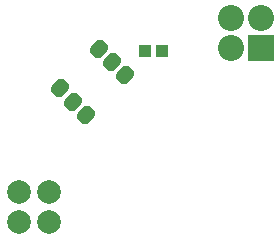
<source format=gts>
G04*
G04 #@! TF.GenerationSoftware,Altium Limited,Altium Designer,18.1.7 (191)*
G04*
G04 Layer_Color=8388736*
%FSLAX44Y44*%
%MOMM*%
G71*
G01*
G75*
%ADD13R,1.0532X1.0532*%
G04:AMPARAMS|DCode=14|XSize=1.5032mm|YSize=1.2032mm|CornerRadius=0.3516mm|HoleSize=0mm|Usage=FLASHONLY|Rotation=45.000|XOffset=0mm|YOffset=0mm|HoleType=Round|Shape=RoundedRectangle|*
%AMROUNDEDRECTD14*
21,1,1.5032,0.5000,0,0,45.0*
21,1,0.8000,1.2032,0,0,45.0*
1,1,0.7032,0.4596,0.1061*
1,1,0.7032,-0.1061,-0.4596*
1,1,0.7032,-0.4596,-0.1061*
1,1,0.7032,0.1061,0.4596*
%
%ADD14ROUNDEDRECTD14*%
%ADD15C,2.2032*%
%ADD16R,2.2032X2.2032*%
%ADD17C,2.0032*%
D13*
X179000Y185000D02*
D03*
X165000D02*
D03*
D14*
X92246Y153520D02*
D03*
X103383Y142383D02*
D03*
X114520Y131246D02*
D03*
X147754Y164480D02*
D03*
X136617Y175617D02*
D03*
X125480Y186754D02*
D03*
D15*
X237300Y187300D02*
D03*
Y212700D02*
D03*
X262700D02*
D03*
D16*
Y187300D02*
D03*
D17*
X82900Y65400D02*
D03*
Y40000D02*
D03*
X57500Y65400D02*
D03*
Y40000D02*
D03*
M02*

</source>
